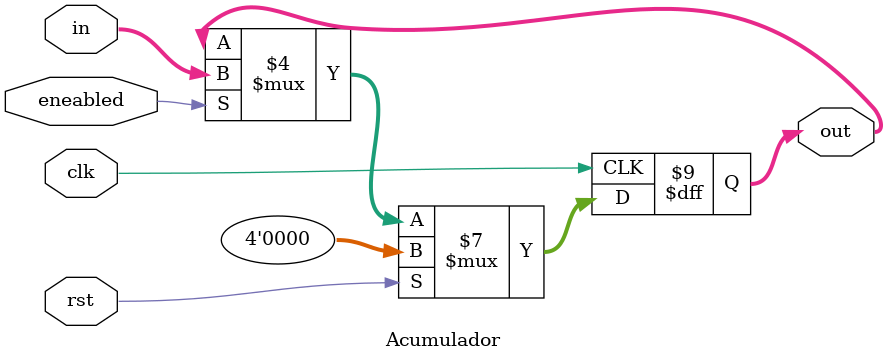
<source format=v>
module Acumulador (input clk,eneabled,rst, input [3:0]in, output [3:0]out);
  wire clk,eneabled,rst;
  wire [3:0]in;
  reg [3:0]out=0;
  always @ (posedge clk) //va a funcionar cada vez que reciba un clk o rst
    begin
      if(rst)  // =rst se reiniciara el contador
        begin
          out<= 0;
        end
      else if (eneabled==1) // indica si esta en uso
        begin
          out<=in;
        end
    end
endmodule

</source>
